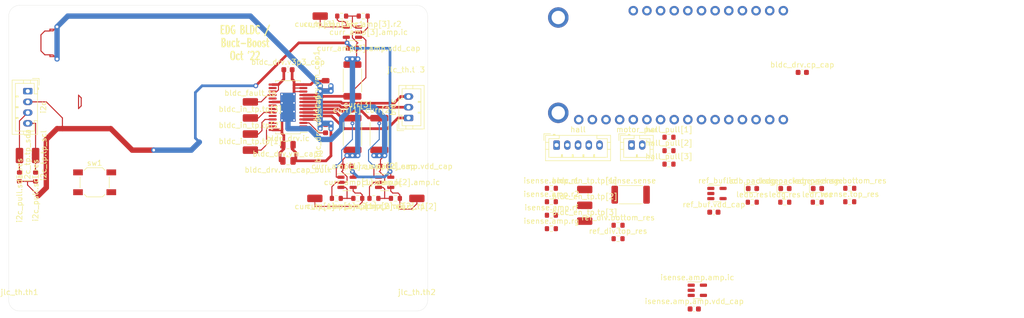
<source format=kicad_pcb>
(kicad_pcb (version 20221018) (generator pcbnew)
  (layers (0 "F.Cu" signal "Front") (31 "B.Cu" signal "Back") (34 "B.Paste" user) (35 "F.Paste" user) (36 "B.SilkS" user "B.Silkscreen") (37 "F.SilkS" user "F.Silkscreen") (38 "B.Mask" user) (39 "F.Mask" user) (44 "Edge.Cuts" user))
  (net 0 "")
  (net 1 "gnd")
  (net 2 "v3v3")
  (net 3 "mcu.gpio.bldc_in_1")
  (net 4 "i2c_pull.i2c.sda")
  (net 5 "vusb")
  (net 6 "mcu.gpio.bldc_en_1")
  (net 7 "curr_amp[3].output")
  (net 8 "bldc_drv.nfault")
  (net 9 "mcu.gpio.bldc_en_2")
  (net 10 "mcu.gpio.bldc_in_2")
  (net 11 "mcu.gpio.bldc_in_3")
  (net 12 "i2c_pull.i2c.scl")
  (net 13 "curr_amp[2].r1.b")
  (net 14 "curr_amp[1].output")
  (net 15 "mcu.gpio.bldc_en_3")
  (net 16 "curr_amp[2].output")
  (net 17 "bldc_drv.outs.1")
  (net 18 "vsense.output")
  (net 19 "sw1.out")
  (net 20 "ledg.signal")
  (net 21 "isense.out")
  (net 22 "ledr.signal")
  (net 23 "hall.w")
  (net 24 "hall.u")
  (net 25 "ledb.signal")
  (net 26 "hall.v")
  (net 27 "bldc_drv.nreset")
  (net 28 "motor_pwr.pwr")
  (net 29 "isense.pwr_out")
  (net 30 "curr[1].pwr_out")
  (net 31 "curr[2].pwr_out")
  (net 32 "curr[3].pwr_out")
  (net 33 "ref_div.output")
  (net 34 "isense.amp.r1.b")
  (net 35 "isense.amp.r2.b")
  (net 36 "isense.ref")
  (net 37 "curr_amp[1].r1.b")
  (net 38 "ledr.res.a")
  (net 39 "ledg.res.a")
  (net 40 "curr_amp[3].r1.b")
  (net 41 "ledb.res.a")
  (net 42 "bldc_drv.cp_cap.neg")
  (net 43 "bldc_drv.cp_cap.pos")
  (net 44 "bldc_drv.vcp_cap.pos")
  (net 45 "bldc_drv.outs.2")
  (net 46 "bldc_drv.outs.3")
  (net 47 "bldc_drv.ic.v3p3")
  (footprint "Resistor_SMD:R_0603_1608Metric" (layer "F.Cu") (at 221.465 94.52)
    (fp_text reference "ref_div.top_res")
    (fp_text value "")
  )
  (footprint "Resistor_SMD:R_0603_1608Metric" (layer "F.Cu") (at 209.045 87.63)
    (fp_text reference "isense.amp.r2")
    (fp_text value "")
  )
  (footprint "edg:JlcToolingHole_1.152mm" (layer "F.Cu") (at 184 63)
    (fp_text reference "jlc_th.th3")
    (fp_text value "")
  )
  (footprint "Capacitor_SMD:C_0805_2012Metric" (layer "F.Cu") (at 160 80 180)
    (fp_text reference "bldc_drv.vm_cap_bulk")
    (fp_text value "")
  )
  (footprint "Package_TO_SOT_SMD:SOT-23-5" (layer "F.Cu") (at 236.22 104.14)
    (fp_text reference "isense.amp.amp.ic")
    (fp_text value "LMV321 (Texas Instruments)")
  )
  (footprint "edg:TestPoint_TE_RCT_0805" (layer "F.Cu") (at 153 75)
    (fp_text reference "bldc_in_tp.tp[2]")
    (fp_text value "5015 (Keystone) - _mcu_gpio_bldc_in_link.2")
  )
  (footprint "Resistor_SMD:R_0603_1608Metric" (layer "F.Cu") (at 221.465 92.01)
    (fp_text reference "ref_div.bottom_res")
    (fp_text value "")
  )
  (footprint "edg:TestPoint_TE_RCT_0805" (layer "F.Cu") (at 215.255 85.34)
    (fp_text reference "bldc_en_tp.tp[1]")
    (fp_text value "5015 (Keystone) - _mcu_gpio_bldc_en_link.1")
  )
  (footprint "edg:JlcToolingHole_1.152mm" (layer "F.Cu") (at 184 106)
    (fp_text reference "jlc_th.th2")
    (fp_text value "")
  )
  (footprint "Resistor_SMD:R_0603_1608Metric" (layer "F.Cu") (at 230.945 78.1)
    (fp_text reference "hall_pull[2]")
    (fp_text value "")
  )
  (footprint "Resistor_SMD:R_2512_6332Metric" (layer "F.Cu") (at 223.805 86.31)
    (fp_text reference "isense.sense")
    (fp_text value "")
  )
  (footprint "Resistor_SMD:R_0603_1608Metric" (layer "F.Cu") (at 230.945 80.61)
    (fp_text reference "hall_pull[3]")
    (fp_text value "")
  )
  (footprint "edg:TestPoint_TE_RCT_0805" (layer "F.Cu") (at 153 78)
    (fp_text reference "bldc_in_tp.tp[1]")
    (fp_text value "5015 (Keystone) - _mcu_gpio_bldc_in_link.1")
  )
  (footprint "Package_SO:HTSSOP-28-1EP_4.4x9.7mm_P0.65mm_EP2.85x5.4mm_ThermalVias" (layer "F.Cu") (at 160 70 180)
    (fp_text reference "bldc_drv.ic")
    (fp_text value "DRV8313PWP (Texas Instruments)")
  )
  (footprint "Resistor_SMD:R_0603_1608Metric" (layer "F.Cu") (at 169 87 180)
    (fp_text reference "curr_amp[1].r2")
    (fp_text value "")
  )
  (footprint "Capacitor_SMD:C_0603_1608Metric" (layer "F.Cu") (at 172 59)
    (fp_text reference "curr_amp[3].amp.vdd_cap")
    (fp_text value "")
  )
  (footprint "Resistor_SMD:R_2512_6332Metric" (layer "F.Cu") (at 172 65 -90)
    (fp_text reference "curr[3]")
    (fp_text value "")
  )
  (footprint "edg:TestPoint_TE_RCT_0805" (layer "F.Cu") (at 166 53)
    (fp_text reference "curr_tp[3]")
    (fp_text value "5015 (Keystone) - _curr_amp[3]_output_link")
  )
  (footprint "Resistor_SMD:R_0603_1608Metric" (layer "F.Cu") (at 252.505 87.71)
    (fp_text reference "ledg.res")
    (fp_text value "")
  )
  (footprint "edg:TestPoint_TE_RCT_0805" (layer "F.Cu") (at 113 79 90)
    (fp_text reference "i2c_tp.tp_scl")
    (fp_text value "5015 (Keystone) - _mcu_i2c_i2c_link.scl")
  )
  (footprint "Package_TO_SOT_SMD:SOT-23-5" (layer "F.Cu") (at 178 84)
    (fp_text reference "curr_amp[2].amp.ic")
    (fp_text value "LMV321 (Texas Instruments)")
  )
  (footprint "Resistor_SMD:R_0603_1608Metric" (layer "F.Cu") (at 170 53)
    (fp_text reference "curr_amp[3].r1")
    (fp_text value "")
  )
  (footprint "Resistor_SMD:R_0603_1608Metric" (layer "F.Cu") (at 209.045 90.14)
    (fp_text reference "isense.amp.rf")
    (fp_text value "")
  )
  (footprint "Capacitor_SMD:C_0805_2012Metric" (layer "F.Cu") (at 160 77 180)
    (fp_text reference "bldc_drv.vm_cap2")
    (fp_text value "")
  )
  (footprint "Connector_JST:JST_PH_B3B-PH-K_1x03_P2.00mm_Vertical" (layer "F.Cu") (at 182.45 72 90)
    (fp_text reference "bldc")
    (fp_text value "B3B-PH-K (JST)")
  )
  (footprint "Resistor_SMD:R_0603_1608Metric" (layer "F.Cu") (at 230.945 75.59)
    (fp_text reference "hall_pull[1]")
    (fp_text value "")
  )
  (footprint "Resistor_SMD:R_0603_1608Metric" (layer "F.Cu") (at 264.605 85.12)
    (fp_text reference "vsense.bottom_res")
    (fp_text value "")
  )
  (footprint "Resistor_SMD:R_0603_1608Metric" (layer "F.Cu") (at 246.455 87.71)
    (fp_text reference "ledb.res")
    (fp_text value "")
  )
  (footprint "Capacitor_SMD:C_0603_1608Metric" (layer "F.Cu") (at 160 63)
    (fp_text reference "bldc_drv.v3p3_cap")
    (fp_text value "")
  )
  (footprint "Capacitor_SMD:C_0603_1608Metric" (layer "F.Cu") (at 167 74 90)
    (fp_text reference "bldc_drv.vcp_cap")
    (fp_text value "")
  )
  (footprint "LED_SMD:LED_0603_1608Metric" (layer "F.Cu") (at 246.495 85.16)
    (fp_text reference "ledb.package")
    (fp_text value "")
  )
  (footprint "Resistor_SMD:R_0603_1608Metric" (layer "F.Cu") (at 264.605 87.63)
    (fp_text reference "vsense.top_res")
    (fp_text value "")
  )
  (footprint "edg:TestPoint_TE_RCT_0805" (layer "F.Cu") (at 184 87)
    (fp_text reference "curr_tp[2]")
    (fp_text value "5015 (Keystone) - _curr_amp[2]_output_link")
  )
  (footprint "Resistor_SMD:R_0603_1608Metric" (layer "F.Cu") (at 209.045 92.65)
    (fp_text reference "isense.amp.rg")
    (fp_text value "")
  )
  (footprint "Resistor_SMD:R_0603_1608Metric" (layer "F.Cu") (at 258.555 87.71)
    (fp_text reference "ledr.res")
    (fp_text value "")
  )
  (footprint "Connector_JST:JST_PH_B4B-PH-K_1x04_P2.00mm_Vertical" (layer "F.Cu") (at 111.55 67 -90)
    (fp_text reference "i2c")
    (fp_text value "B4B-PH-K (JST)")
  )
  (footprint "edg:TestPoint_TE_RCT_0805" (layer "F.Cu") (at 165 87)
    (fp_text reference "curr_tp[1]")
    (fp_text value "5015 (Keystone) - _curr_amp[1]_output_link")
  )
  (footprint "Resistor_SMD:R_0603_1608Metric" (layer "F.Cu") (at 176 87 180)
    (fp_text reference "curr_amp[2].r2")
    (fp_text value "")
  )
  (footprint "Resistor_SMD:R_0603_1608Metric" (layer "F.Cu") (at 110 83 90)
    (fp_text reference "i2c_pull.sda_res")
    (fp_text value "")
  )
  (footprint "Resistor_SMD:R_0603_1608Metric" (layer "F.Cu") (at 173 87 180)
    (fp_text reference "curr_amp[1].r1")
    (fp_text value "")
  )
  (footprint "LED_SMD:LED_0603_1608Metric" (layer "F.Cu") (at 252.545 85.16)
    (fp_text reference "ledg.package")
    (fp_text value "")
  )
  (footprint "Package_TO_SOT_SMD:SOT-23-5" (layer "F.Cu") (at 171 84)
    (fp_text reference "curr_amp[1].amp.ic")
    (fp_text value "LMV321 (Texas Instruments)")
  )
  (footprint "Capacitor_SMD:C_0603_1608Metric" (layer "F.Cu") (at 171 81 180)
    (fp_text reference "curr_amp[1].amp.vdd_cap")
    (fp_text value "")
  )
  (footprint "Resistor_SMD:R_2512_6332Metric" (layer "F.Cu") (at 177 75 90)
    (fp_text reference "curr[2]")
    (fp_text value "")
  )
  (footprint "Resistor_SMD:R_0603_1608Metric" (layer "F.Cu") (at 180 87 180)
    (fp_text reference "curr_amp[2].r1")
    (fp_text value "")
  )
  (footprint "edg:TestPoint_TE_RCT_0805" (layer "F.Cu") (at 215.255 91.24)
    (fp_text reference "bldc_en_tp.tp[3]")
    (fp_text value "5015 (Keystone) - _mcu_gpio_bldc_en_link.3")
  )
  (footprint "Capacitor_SMD:C_0603_1608Metric" (layer "F.Cu") (at 239.305 89.57)
    (fp_text reference "ref_buf.vdd_cap")
    (fp_text value "")
  )
  (footprint "edg:TestPoint_TE_RCT_0805" (layer "F.Cu") (at 215.255 88.29)
    (fp_text reference "bldc_en_tp.tp[2]")
    (fp_text value "5015 (Keystone) - _mcu_gpio_bldc_en_link.2")
  )
  (footprint "Package_TO_SOT_SMD:SOT-23-5" (layer "F.Cu") (at 239.875 86.09)
    (fp_text reference "ref_buf.ic")
    (fp_text value "LMV321 (Texas Instruments)")
  )
  (footprint "LED_SMD:LED_0603_1608Metric" (layer "F.Cu") (at 258.595 85.16)
    (fp_text reference "ledr.package")
    (fp_text value "KT-0603R (Hubei KENTO Elec) - Red 615~630nm 1.9~2.2V 0603 Light Emitting Diodes (LED) RoHS")
  )
  (footprint "edg:TestPoint_TE_RCT_0805" (layer "F.Cu") (at 153 72)
    (fp_text reference "bldc_in_tp.tp[3]")
    (fp_text value "5015 (Keystone) - _mcu_gpio_bldc_in_link.3")
  )
  (footprint "Resistor_SMD:R_0603_1608Metric" (layer "F.Cu") (at 174 53)
    (fp_text reference "curr_amp[3].r2")
    (fp_text value "")
  )
  (footprint "edg:TestPoint_TE_RCT_0805" (layer "F.Cu") (at 110 79 90)
    (fp_text reference "i2c_tp.tp_sda")
    (fp_text value "5015 (Keystone) - i2c_tp._io_sda_link")
  )
  (footprint "edg:TestPoint_TE_RCT_0805" (layer "F.Cu") (at 153 69)
    (fp_text reference "bldc_fault_tp")
    (fp_text value "5015 (Keystone) - _mcu_gpio_bldc_fault_link")
  )
  (footprint "Capacitor_SMD:C_0603_1608Metric" (layer "F.Cu") (at 235.65 107.62)
    (fp_text reference "isense.amp.amp.vdd_cap")
    (fp_text value "")
  )
  (footprint "Capacitor_SMD:C_0603_1608Metric" (layer "F.Cu") (at 255.765 63.5)
    (fp_text reference "bldc_drv.cp_cap")
    (fp_text value "")
  )
  (footprint "Button_Switch_SMD:SW_SPST_SKQG_WithoutStem" (layer "F.Cu") (at 124 84)
    (fp_text reference "sw1")
    (fp_text value "5.1mm switch")
  )
  (footprint "Connector_JST:JST_PH_B5B-PH-K_1x05_P2.00mm_Vertical" (layer "F.Cu") (at 210.015 77.06)
    (fp_text reference "hall")
    (fp_text value "B5B-PH-K (JST)")
  )
  (footprint "Resistor_SMD:R_0603_1608Metric" (layer "F.Cu") (at 209.045 85.12)
    (fp_text reference "isense.amp.r1")
    (fp_text value "")
  )
  (footprint "Resistor_SMD:R_0603_1608Metric" (layer "F.Cu") (at 113 83 90)
    (fp_text reference "i2c_pull.scl_res")
    (fp_text value "")
  )
  (footprint "bldc:FEATHERWING_NODIM" (layer "F.Cu") (at 207.79 73.585)
    (fp_text reference "mcu" hide)
    (fp_text value "Feather nRF52840 Express (Adafruit)" hide)
  )
  (footprint "Resistor_SMD:R_2512_6332Metric" (layer "F.Cu") (at 172 75 90)
    (fp_text reference "curr[1]")
    (fp_text value "")
  )
  (footprint "Package_TO_SOT_SMD:SOT-23-5" (layer "F.Cu") (at 172 56 180)
    (fp_text reference "curr_amp[3].amp.ic")
    (fp_text value "LMV321 (Texas Instruments)")
  )
  (footprint "Capacitor_SMD:C_0603_1608Metric" (layer "F.Cu") (at 178 81 180)
    (fp_text reference "curr_amp[2].amp.vdd_cap")
    (fp_text value "")
  )
  (footprint "edg:JlcToolingHole_1.152mm" (layer "F.Cu") (at 110 106)
    (fp_text reference "jlc_th.th1")
    (fp_text value "")
  )
  (footprint "Capacitor_SMD:C_0805_2012Metric" (layer "F.Cu") (at 167 66 90)
    (fp_text reference "bldc_drv.vm_cap1")
    (fp_text value "")
  )
  (footprint "Connector_JST:JST_PH_B2B-PH-K_1x02_P2.00mm_Vertical" (layer "F.Cu") (at 223.965 77.06)
    (fp_text reference "motor_pwr")
    (fp_text value "B2B-PH-K (JST)")
  )
  (gr_arc (start 184 51) (mid 185.414214 51.585786) (end 186 53) (stroke (width 0.0381)) (layer "Edge.Cuts"))
  (gr_line (start 110 108) (end 184 108) (stroke (width 0.0381)) (layer "Edge.Cuts"))
  (gr_arc (start 186 106) (mid 185.414214 107.414214) (end 184 108) (stroke (width 0.0381)) (layer "Edge.Cuts"))
  (gr_arc (start 110 108) (mid 108.585786 107.414214) (end 108 106) (stroke (width 0.0381)) (layer "Edge.Cuts"))
  (gr_line (start 184 51) (end 110 51) (stroke (width 0.0381)) (layer "Edge.Cuts"))
  (gr_arc (start 108 53) (mid 108.585786 51.585786) (end 110 51) (stroke (width 0.0381)) (layer "Edge.Cuts"))
  (gr_line (start 186 106) (end 186 53) (stroke (width 0.0381)) (layer "Edge.Cuts"))
  (gr_line (start 108 53) (end 108 106) (stroke (width 0.0381)) (layer "Edge.Cuts"))
  (gr_text "EDG BLDC /\nBuck-Boost\nOct '22" (at 152 58) (layer "F.SilkS") (effects (font (size 1.5 1) (thickness 0.25))))
  (segment (start 121 67.75) (end 121 70.25) (width 0.2) (layer "F.Cu") (net 1))
  (segment (start 173 78) (end 173 79) (width 0.5) (layer "F.Cu") (net 1))
  (segment (start 170.75 84) (end 169.8625 84) (width 0.2) (layer "F.Cu") (net 1))
  (segment (start 172 62.0375) (end 172 61) (width 0.5) (layer "F.Cu") (net 1))
  (segment (start 172 56.25) (end 172.25 56) (width 0.2) (layer "F.Cu") (net 1))
  (segment (start 172.775 58.225) (end 172.775 59) (width 0.2) (layer "F.Cu") (net 1))
  (segment (start 158.875 74.875) (end 158.875 74.125) (width 0.5) (layer "F.Cu") (net 1))
  (segment (start 162.8625 65.775) (end 161.225 65.775) (width 0.5) (layer "F.Cu") (net 1))
  (segment (start 121.5 68.25) (end 121.5 69.75) (width 0.2) (layer "F.Cu") (net 1))
  (segment (start 170.040685 82) (end 171 82.959315) (width 0.2) (layer "F.Cu") (net 1))
  (segment (start 172 62.0375) (end 171.0375 62.0375) (width 0.5) (layer "F.Cu") (net 1))
  (segment (start 169 84) (end 168.175 84.825) (width 0.2) (layer "F.Cu") (net 1))
  (segment (start 174 56) (end 174.825 55.175) (width 0.2) (layer "F.Cu") (net 1))
  (segment (start 161.125 65.125) (end 161.125 65.875) (width 0.5) (layer "F.Cu") (net 1))
  (segment (start 171.0375 77.9625) (end 171 78) (width 0.5) (layer "F.Cu") (net 1))
  (segment (start 173 62) (end 173 61) (width 0.5) (layer "F.Cu") (net 1))
  (segment (start 171 62) (end 171 61) (width 0.5) (layer "F.Cu") (net 1))
  (segment (start 172 77.9625) (end 171.0375 77.9625) (width 0.5) (layer "F.Cu") (net 1))
  (segment (start 172.775 60.775) (end 173 61) (width 0.2) (layer "F.Cu") (net 1))
  (segment (start 177.040685 82) (end 178 82.959315) (width 0.2) (layer "F.Cu") (net 1))
  (segment (start 160.775 63) (end 160.775 64.775) (width 0.5) (layer "F.Cu") (net 1))
  (segment (start 176.8625 84) (end 176 84) (width 0.2) (layer "F.Cu") (net 1))
  (segment (start 121.5 68.25) (end 121 67.75) (width 0.2) (layer "F.Cu") (net 1))
  (segment (start 162.8625 65.775) (end 164.225 65.775) (width 0.5) (layer "F.Cu") (net 1))
  (segment (start 121.5 69.75) (end 121 70.25) (width 0.2) (layer "F.Cu") (net 1))
  (segment (start 177.75 84) (end 176.8625 84) (width 0.2) (layer "F.Cu") (net 1))
  (segment (start 157.1375 69.025) (end 158.7 69.025) (width 0.5) (layer "F.Cu") (net 1))
  (segment (start 159 75) (end 158.875 74.875) (width 0.5) (layer "F.Cu") (net 1))
  (segment (start 178 83.75) (end 177.75 84) (width 0.2) (layer "F.Cu") (net 1))
  (segment (start 171 83.75) (end 170.75 84) (width 0.2) (layer "F.Cu") (net 1))
  (segment (start 158.525 80) (end 158.525 78.475) (width 0.5) (layer "F.Cu") (net 1))
  (segment (start 170 82) (end 170.040685 82) (width 0.2) (layer "F.Cu") (net 1))
  (segment (start 170.225 81.775) (end 170.225 81) (width 0.2) (layer "F.Cu") (net 1))
  (segment (start 177 82) (end 177.225 81.775) (width 0.2) (layer "F.Cu") (net 1))
  (segment (start 177.9625 77.9625) (end 178 78) (width 0.5) (layer "F.Cu") (net 1))
  (segment (start 174.825 55.175) (end 174.825 53) (width 0.2) (layer "F.Cu") (net 1))
  (segment (start 169.8625 84) (end 169 84) (width 0.2) (layer "F.Cu") (net 1))
  (segment (start 172.9625 77.9625) (end 173 78) (width 0.5) (layer "F.Cu") (net 1))
  (segment (start 161.125 65.875) (end 161.125 66.425) (width 0.5) (layer "F.Cu") (net 1))
  (segment (start 168.175 84.825) (end 168.175 87) (width 0.2) (layer "F.Cu") (net 1))
  (segment (start 164.225 65.775) (end 164.85 65.15) (width 0.5) (layer "F.Cu") (net 1))
  (segment (start 172.775 59) (end 172.775 60.775) (width 0.2) (layer "F.Cu") (net 1))
  (segment (start 162.8625 66.425) (end 161.125 66.425) (width 0.2) (layer "F.Cu") (net 1))
  (segment (start 172 57.040685) (end 172 56.25) (width 0.2) (layer "F.Cu") (net 1))
  (segment (start 158.525 78.475) (end 159.225 77.775) (width 0.5) (layer "F.Cu") (net 1))
  (segment (start 177.225 81.775) (end 177.225 81) (width 0.2) (layer "F.Cu") (net 1))
  (segment (start 177 77.9625) (end 177 79) (width 0.5) (layer "F.Cu") (net 1))
  (segment (start 160.775 64.775) (end 161 65) (width 0.5) (layer "F.Cu") (net 1))
  (segment (start 173.1375 56) (end 174 56) (width 0.2) (layer "F.Cu") (net 1))
  (segment (start 172 77.9625) (end 172.9625 77.9625) (width 0.5) (layer "F.Cu") (net 1))
  (segment (start 158.7 69.025) (end 158.875 69.2) (width 0.5) (layer "F.Cu") (net 1))
  (segment (start 177 77.9625) (end 176.0375 77.9625) (width 0.5) (layer "F.Cu") (net 1))
  (segment (start 172 62.0375) (end 172.9625 62.0375) (width 0.5) (layer "F.Cu") (net 1))
  (segment (start 170 82) (end 170.225 81.775) (width 0.2) (layer "F.Cu") (net 1))
  (segment (start 164.85 65.15) (end 166.925 65.15) (width 0.5) (layer "F.Cu") (net 1))
  (segment (start 170.225 81) (end 170.225 79.775) (width 0.2) (layer "F.Cu") (net 1))
  (segment (start 159.225 77) (end 159.225 75.225) (width 0.5) (layer "F.Cu") (net 1))
  (segment (start 177.225 81) (end 177.225 79.775) (width 0.2) (layer "F.Cu") (net 1))
  (segment (start 177 77.9625) (end 177.9625 77.9625) (width 0.5) (layer "F.Cu") (net 1))
  (segment (start 176.0375 77.9625) (end 176 78) (width 0.5) (layer "F.Cu") (net 1))
  (segment (start 171.0375 62.0375) (end 171 62) (width 0.5) (layer "F.Cu") (net 1))
  (segment (start 157.1375 74.225) (end 158.775 74.225) (width 0.5) (layer "F.Cu") (net 1))
  (segment (start 158.775 74.225) (end 158.875 74.125) (width 0.5) (layer "F.Cu") (net 1))
  (segment (start 172 77.9625) (end 172 79) (width 0.5) (layer "F.Cu") (net 1))
  (segment (start 158.875 74.125) (end 158.875 72.4) (width 0.5) (layer "F.Cu") (net 1))
  (segment (start 159.225 77.775) (end 159.225 77) (width 0.5) (layer "F.Cu") (net 1))
  (segment (start 178 78) (end 178 79) (width 0.5) (layer "F.Cu") (net 1))
  (segment (start 175.175 84.825) (end 175.175 87) (width 0.2) (layer "F.Cu") (net 1))
  (segment (start 159 75) (end 159.225 75.225) (width 0.5) (layer "F.Cu") (net 1))
  (segment (start 161.175 67.075) (end 161.125 67.125) (width 0.2) (layer "F.Cu") (net 1))
  (segment (start 173 58) (end 172.959315 58) (width 0.2) (layer "F.Cu") (net 1))
  (segment (start 170.225 79.775) (end 171 79) (width 0.2) (layer "F.Cu") (net 1))
  (segment (start 178 82.959315) (end 178 83.75) (width 0.2) (layer "F.Cu") (net 1))
  (segment (start 172.959315 58) (end 172 57.040685) (width 0.2) (layer "F.Cu") (net 1))
  (segment (start 171 82.959315) (end 171 83.75) (width 0.2) (layer "F.Cu") (net 1))
  (segment (start 173 58) (end 172.775 58.225) (width 0.2) (layer "F.Cu") (net 1))
  (segment (start 176 84) (end 175.175 84.825) (width 0.2) (layer "F.Cu") (net 1))
  (segment (start 161.125 66.425) (end 161.125 67.6) (width 0.5) (layer "F.Cu") (net 1))
  (segment (start 161 65) (end 161.125 65.125) (width 0.5) (layer "F.Cu") (net 1))
  (segment (start 176 78) (end 176 79) (width 0.5) (layer "F.Cu") (net 1))
  (segment (start 171 78) (end 171 79) (width 0.5) (layer "F.Cu") (net 1))
  (segment (start 177 82) (end 177.040685 82) (width 0.2) (layer "F.Cu") (net 1))
  (segment (start 162.8625 67.075) (end 161.175 67.075) (width 0.2) (layer "F.Cu") (net 1))
  (segment (start 177.225 79.775) (end 178 79) (width 0.2) (layer "F.Cu") (net 1))
  (segment (start 172.25 56) (end 173.1375 56) (width 0.2) (layer "F.Cu") (net 1))
  (segment (start 161.125 67.125) (end 161.125 67.6) (width 0.2) (layer "F.Cu") (net 1))
  (segment (start 172.9625 62.0375) (end 173 62) (width 0.5) (layer "F.Cu") (net 1))
  (via (at 171 79) (size 0.9) (drill 0.5) (layers "F.Cu" "B.Cu") (net 1))
  (via (at 171 61) (size 0.9) (drill 0.5) (layers "F.Cu" "B.Cu") (net 1))
  (via (at 176 79) (size 0.9) (drill 0.5) (layers "F.Cu" "B.Cu") (net 1))
  (via (at 177 79) (size 0.9) (drill 0.5) (layers "F.Cu" "B.Cu") (net 1))
  (via (at 173 79) (size 0.9) (drill 0.5) (layers "F.Cu" "B.Cu") (net 1))
  (via (at 172 79) (size 0.9) (drill 0.5) (layers "F.Cu" "B.Cu") (net 1))
  (via (at 178 79) (size 0.9) (drill 0.5) (layers "F.Cu" "B.Cu") (net 1))
  (via (at 172 61) (size 0.9) (drill 0.5) (layers "F.Cu" "B.Cu") (net 1))
  (via (at 173 61) (size 0.9) (drill 0.5) (layers "F.Cu" "B.Cu") (net 1))
  (segment (start 171 61) (end 173 61) (width 1) (layer "B.Cu") (net 1))
  (segment (start 170 72) (end 172 70) (width 1) (layer "B.Cu") (net 1))
  (segment (start 172 61) (end 172 70) (width 1) (layer "B.Cu") (net 1))
  (segment (start 173 70) (end 176 70) (width 1) (layer "B.Cu") (net 1))
  (segment (start 176 70) (end 178 72) (width 1) (layer "B.Cu") (net 1))
  (segment (start 171 79) (end 173 79) (width 1) (layer "B.Cu") (net 1))
  (segment (start 172 70) (end 173 70) (width 1) (layer "B.Cu") (net 1))
  (segment (start 168 76) (end 170 74) (width 1) (layer "B.Cu") (net 1))
  (segment (start 164 74) (end 166 76) (width 1) (layer "B.Cu") (net 1))
  (segment (start 176 79) (end 178 79) (width 1) (layer "B.Cu") (net 1))
  (segment (start 160 74) (end 164 74) (width 1) (layer "B.Cu") (net 1))
  (segment (start 160 70) (end 160 74) (width 1) (layer "B.Cu") (net 1))
  (segment (start 178 72) (end 178 79) (width 1) (layer "B.Cu") (net 1))
  (segment (start 170 74) (end 170 72) (width 1) (layer "B.Cu") (net 1))
  (segment (start 166 76) (end 168 76) (width 1) (layer "B.Cu") (net 1))
  (segment (start 173 79) (end 173 70) (width 1) (layer "B.Cu") (net 1))
  (segment (start 171.225 58.225) (end 170.8625 57.8625) (width 0.2) (layer "F.Cu") (net 2))
  (segment (start 115 76) (end 115 85) (width 1) (layer "F.Cu") (net 2))
  (segment (start 154 66) (end 162 58) (width 0.5) (layer "F.Cu") (net 2))
  (segment (start 111.506623 83.825) (end 113 83.825) (width 0.2) (layer "F.Cu") (net 2))
  (segment (start 127 74) (end 131 78) (width 1) (layer "F.Cu") (net 2))
  (segment (start 118 74) (end 118 72) (width 0.2) (layer "F.Cu") (net 2))
  (segment (start 111.5 84.5) (end 111.5 83.831623) (width 0.2) (layer "F.Cu") (net 2))
  (segment (start 172.1375 82.1375) (end 172.1375 83.05) (width 0.2) (layer "F.Cu") (net 2))
  (segment (start 110 83.825) (end 111.506623 83.825) (width 0.2) (layer "F.Cu") (net 2))
  (segment (start 111.5 83.831623) (end 111.506623 83.825) (width 0.2) (layer "F.Cu") (net 2))
  (segment (start 162 58) (end 171 58) (width 0.5) (layer "F.Cu") (net 2))
  (segment (start 117 74) (end 115 76) (width 1) (layer "F.Cu") (net 2))
  (segment (start 178.775 81) (end 178.775 81.775) (width 0.2) (layer "F.Cu") (net 2))
  (segment (start 118 74) (end 127 74) (width 1) (layer "F.Cu") (net 2))
  (segment (start 118 74) (end 117 74) (width 1) (layer "F.Cu") (net 2))
  (segment (start 178.775 81.775) (end 179.1375 82.1375) (width 0.2) (layer "F.Cu") (net 2))
  (segment (start 170.8625 57.8625) (end 170.8625 56.95) (width 0.2) (layer "F.Cu") (net 2))
  (segment (start 113.5 86.5) (end 111.5 84.5) (width 0.2) (layer "F.Cu") (net 2))
  (segment (start 179.1375 82.1375) (end 179 82) (width 0.2) (layer "F.Cu") (net 2))
  (segment (start 172.1375 82.1375) (end 172 82) (width 0.2) (layer "F.Cu") (net 2))
  (segment (start 171.775 81) (end 171.775 81.775) (width 0.2) (layer "F.Cu") (net 2))
  (segment (start 179.1375 82.1375) (end 179.1375 83.05) (width 0.2) (layer "F.Cu") (net 2))
  (segment (start 115 69) (end 118 72) (width 0.2) (layer "F.Cu") (net 2))
  (segment (start 170.8625 57.8625) (end 171 58) (width 0.2) (layer "F.Cu") (net 2))
  (segment (start 171.225 59) (end 171.225 58.225) (width 0.2) (layer "F.Cu") (net 2))
  (segment (start 115 85) (end 113.5 86.5) (width 1) (layer "F.Cu") (net 2))
  (segment (start 131 78) (end 135 78) (width 1) (layer "F.Cu") (net 2))
  (segment (start 171.775 81.775) (end 172.1375 82.1375) (width 0.2) (layer "F.Cu") (net 2))
  (segment (start 111.55 69) (end 115 69) (width 0.2) (layer "F.Cu") (net 2))
  (via (at 154 66) (size 0.9) (drill 0.5) (layers "F.Cu" "B.Cu") (net 2))
  (via (at 172 82) (size 0.9) (drill 0.4) (layers "F.Cu" "B.Cu") (net 2))
  (via (at 179 82) (size 0.9) (drill 0.4) (layers "F.Cu" "B.Cu") (net 2))
  (via (at 135 78) (size 0.9) (drill 0.5) (layers "F.Cu" "B.Cu") (net 2))
  (via (at 171 58) (size 0.9) (drill 0.4) (layers "F.Cu" "B.Cu") (net 2))
  (segment (start 171 58) (end 172 59) (width 0.5) (layer "B.Cu") (net 2))
  (segment (start 178 83) (end 173 83) (width 0.5) (layer "B.Cu") (net 2))
  (segment (start 144 66) (end 154 66) (width 0.5) (layer "B.Cu") (net 2))
  (segment (start 142 78) (end 143.5 76.5) (width 1) (layer "B.Cu") (net 2))
  (segment (start 179 59) (end 179 82) (width 0.5) (layer "B.Cu") (net 2))
  (segment (start 172 59) (end 179 59) (width 0.5) (layer "B.Cu") (net 2))
  (segment (start 135 78) (end 142 78) (width 1) (layer "B.Cu") (net 2))
  (segment (start 142.75 67.25) (end 142.75 75.75) (width 0.5) (layer "B.Cu") (net 2))
  (segment (start 179 82) (end 178 83) (width 0.5) (layer "B.Cu") (net 2))
  (segment (start 173 83) (end 172 82) (width 0.5) (layer "B.Cu") (net 2))
  (segment (start 142.75 75.75) (end 143.5 76.5) (width 0.5) (layer "B.Cu") (net 2))
  (segment (start 144 66) (end 142.75 67.25) (width 0.5) (layer "B.Cu") (net 2))
  (segment (start 156 77) (end 156 74) (width 0.2) (layer "F.Cu") (net 3))
  (segment (start 153 78) (end 155 78) (width 0.2) (layer "F.Cu") (net 3))
  (segment (start 156.425 73.575) (end 157.1375 73.575) (width 0.2) (layer "F.Cu") (net 3))
  (segment (start 155 78) (end 156 77) (width 0.2) (layer "F.Cu") (net 3))
  (segment (start 156 74) (end 156.425 73.575) (width 0.2) (layer "F.Cu") (net 3))
  (segment (start 110 82.175) (end 110 79) (width 0.2) (layer "F.Cu") (net 4))
  (segment (start 110 72.55) (end 111.55 71) (width 0.2) (layer "F.Cu") (net 4))
  (segment (start 110 78.175) (end 110 72.55) (width 0.2) (layer "F.Cu") (net 4))
  (segment (start 170.8625 54.3625) (end 170.8625 55.05) (width 0.2) (layer "F.Cu") (net 7))
  (segment (start 169.5 54) (end 170.5 54) (width 0.2) (layer "F.Cu") (net 7))
  (segment (start 166 55) (end 170.8125 55) (width 0.2) (layer "F.Cu") (net 7))
  (segment (start 170.5 54) (end 170.8625 54.3625) (width 0.2) (layer "F.Cu") (net 7))
  (segment (start 170.8125 55) (end 170.8625 55.05) (width 0.2) (layer "F.Cu") (net 7))
  (segment (start 169.175 53) (end 169.175 53.675) (width 0.2) (layer "F.Cu") (net 7))
  (segment (start 169.175 53.675) (end 169.5 54) (width 0.2) (layer "F.Cu") (net 7))
  (segment (start 166 53) (end 166 55) (width 0.2) (layer "F.Cu") (net 7))
  (segment (start 155 69) (end 156.275 67.725) (width 0.2) (layer "F.Cu") (net 8))
  (segment (start 156.275 67.725) (end 157.1375 67.725) (width 0.2) (layer "F.Cu") (net 8))
  (segment (start 155 69) (end 153 69) (width 0.2) (layer "F.Cu") (net 8))
  (segment (start 154.5 75) (end 155.15 74.35) (width 0.2) (layer "F.Cu") (net 10))
  (segment (start 155.15 72.85) (end 155.725 72.275) (width 0.2) (layer "F.Cu") (net 10))
  (segment (start 155.15 74.35) (end 155.15 72.85) (width 0.2) (layer "F.Cu") (net 10))
  (segment (start 153 75) (end 154.5 75) (width 0.2) (layer "F.Cu") (net 10))
  (segment (start 155.725 72.275) (end 157.1375 72.275) (width 0.2) (layer "F.Cu") (net 10))
  (segment (start 155.525 70.975) (end 157.1375 70.975) (width 0.2) (layer "F.Cu") (net 11))
  (segment (start 153 72) (end 154.5 72) (width 0.2) (layer "F.Cu") (net 11))
  (segment (start 154.5 72) (end 155.525 70.975) (width 0.2) (layer "F.Cu") (net 11))
  (segment (start 113 78.175) (end 113 73) (width 0.2) (layer "F.Cu") (net 12))
  (segment (start 113 82.175) (end 113 79) (width 0.2) (layer "F.Cu") (net 12))
  (segment (start 113 73) (end 111.55 73) (width 0.2) (layer "F.Cu") (net 12))
  (segment (start 178 87) (end 179.175 87) (width 0.2) (layer "F.Cu") (net 13))
  (segment (start 176.825 87) (end 178 87) (width 0.2) (layer "F.Cu") (net 13))
  (segment (start 178 85.25) (end 178 87) (width 0.2) (layer "F.Cu") (net 13))
  (segment (start 177.7 84.95) (end 178 85.25) (width 0.2) (layer "F.Cu") (net 13))
  (segment (start 176.8625 84.95) (end 177.7 84.95) (width 0.2) (layer "F.Cu") (net 13))
  (segment (start 173.825 87.675) (end 173.825 87) (width 0.2) (layer "F.Cu") (net 14))
  (segment (start 173.825 87) (end 173.825 86.325) (width 0.2) (layer "F.Cu") (net 14))
  (segment (start 173.5 86) (end 172.5 86) (width 0.2) (layer "F.Cu") (net 14))
  (segment (start 165 88.5) (end 173 88.5) (width 0.2) (layer "F.Cu") (net 14))
  (segment (start 165 87) (end 165 88.5) (width 0.15) (layer "F.Cu") (net 14))
  (segment (start 173.825 86.325) (end 173.5 86) (width 0.2) (layer "F.Cu") (net 14))
  (segment (start 172.1375 85.6375) (end 172.1375 84.95) (width 0.2) (layer "F.Cu") (net 14))
  (segment (start 173 88.5) (end 173.825 87.675) (width 0.2) (layer "F.Cu") (net 14))
  (segment (start 172.5 86) (end 172.1375 85.6375) (width 0.2) (layer "F.Cu") (net 14))
  (segment (start 180.815854 89) (end 183 89) (width 0.2) (layer "F.Cu") (net 16))
  (segment (start 179.1375 85.6375) (end 179.1375 84.95) (width 0.2) (layer "F.Cu") (net 16))
  (segment (start 183 89) (end 184 88) (width 0.2) (layer "F.Cu") (net 16))
  (segment (start 180.5 86) (end 179.5 86) (width 0.2) (layer "F.Cu") (net 16))
  (segment (start 184 88) (end 184 87) (width 0.2) (layer "F.Cu") (net 16))
  (segment (start 180.825 86.325) (end 180.5 86) (width 0.2) (layer "F.Cu") (net 16))
  (segment (start 179.5 86) (end 179.1375 85.6375) (width 0.2) (layer "F.Cu") (net 16))
  (segment (start 180.825 88.990854) (end 180.825 87) (width 0.2) (layer "F.Cu") (net 16))
  (segment (start 180.825 88.990854) (end 180.815854 89) (width 0.2) (layer "F.Cu") (net 16))
  (segment (start 180.825 87) (end 180.825 86.325) (width 0.2) (layer "F.Cu") (net 16))
  (segment (start 162.8625 71.625) (end 168.125 71.625) (width 0.5) (layer "F.Cu") (net 17))
  (segment (start 168.125 71.625) (end 170.5 74) (width 0.5) (layer "F.Cu") (net 17))
  (segment (start 180.5 72) (end 182.45 72) (width 0.5) (layer "F.Cu") (net 17))
  (segment (start 170.5 74) (end 178.5 74) (width 0.5) (layer "F.Cu") (net 17))
  (segment (start 178.5 74) (end 180.5 72) (width 0.5) (layer "F.Cu") (net 17))
  (segment (start 167 73.225) (end 167.775 73.225) (width 0.5) (layer "F.Cu") (net 29))
  (segment (start 114 59.5) (end 114.714999 60.214999) (width 0.2) (layer "F.Cu") (net 29))
  (segment (start 115.67 60.25) (end 116.25 60.25) (width 0.2) (layer "F.Cu") (net 29))
  (segment (start 165.275 67.725) (end 166 67) (width 0.5) (layer "F.Cu") (net 29))
  (segment (start 116.25 60.25) (end 117 61) (width 0.2) (layer "F.Cu") (net 29))
  (segment (start 114 56.5) (end 114 59.5) (width 0.2) (layer "F.Cu") (net 29))
  (segment (start 168 79.066942) (end 168 74) (width 0.5) (layer "F.Cu") (net 29))
  (segment (start 115.67 60.55) (end 115.67 60.25) (width 0.2) (layer "F.Cu") (net 29))
  (segment (start 161.475 80) (end 161.475 78.475) (width 0.5) (layer "F.Cu") (net 29))
  (segment (start 115.67 60.55) (end 116.55 60.55) (width 0.2) (layer "F.Cu") (net 29))
  (segment (start 166 67) (end 166 66) (width 0.5) (layer "F.Cu") (net 29))
  (segment (start 167.775 73.225) (end 168 73) (width 0.5) (layer "F.Cu") (net 29))
  (segment (start 167 66.775) (end 167.775 66.775) (width 0.5) (layer "F.Cu") (net 29))
  (segment (start 161.475 80) (end 167.066942 80) (width 0.5) (layer "F.Cu") (net 29))
  (segment (start 116.55 55.45) (end 117 55) (width 0.2) (layer "F.Cu") (net 29))
  (segment (start 167 73.225) (end 166.225 73.225) (width 0.5) (layer "F.Cu") (net 29))
  (segment (start 116.25 55.75) (end 117 55) (width 0.2) (layer "F.Cu") (net 29))
  (segment (start 114.714999 55.785001) (end 114 56.5) (width 0.2) (layer "F.Cu") (net 29))
  (segment (start 115.705001 60.214999) (end 115.67 60.25) (width 0.2) (layer "F.Cu") (net 29))
  (segment (start 167.066942 80) (end 168 79.066942) (width 0.5) (layer "F.Cu") (net 29))
  (segment (start 114.714999 60.214999) (end 115.705001 60.214999) (width 0.2) (layer "F.Cu") (net 29))
  (segment (start 115.67 55.45) (end 116.55 55.45) (width 0.2) (layer "F.Cu") (net 29))
  (segment (start 162.8625 67.725) (end 165.275 67.725) (width 0.5) (layer "F.Cu") (net 29))
  (segment (start 166.225 66.775) (end 166 67) (width 0.5) (layer "F.Cu") (net 29))
  (segment (start 160.775 77.775) (end 160.775 77) (width 0.5) (layer "F.Cu") (net 29))
  (segment (start 166.225 73.225) (end 166 73) (width 0.5) (layer "F.Cu") (net 29))
  (segment (start 115.634999 55.785001) (end 114.714999 55.785001) (width 0.2) (layer "F.Cu") (net 29))
  (segment (start 167 66.775) (end 166.225 66.775) (width 0.5) (layer "F.Cu") (net 29))
  (segment (start 115.67 55.75) (end 116.25 55.75) (width 0.2) (layer "F.Cu") (net 29))
  (segment (start 168 67) (end 168 66) (width 0.5) (layer "F.Cu") (net 29))
  (segment (start 161.475 78.475) (end 160.775 77.775) (width 0.5) (layer "F.Cu") (net 29))
  (segment (start 162.8625 72.275) (end 165.275 72.275) (width 0.5) (layer "F.Cu") (net 29))
  (segment (start 165.275 72.275) (end 166 73) (width 0.5) (layer "F.Cu") (net 29))
  (segment (start 115.67 55.75) (end 115.67 55.45) (width 0.2) (layer "F.Cu") (net 29))
  (segment (start 166 73) (end 166 74) (width 0.5) (layer "F.Cu") (net 29))
  (segment (start 167.775 66.775) (end 168 67) (width 0.5) (layer "F.Cu") (net 29))
  (segment (start 116.55 60.55) (end 117 61) (width 0.2) (layer "F.Cu") (net 29))
  (via (at 168 74) (size 0.9) (drill 0.5) (layers "F.Cu" "B.Cu") (net 29))
  (via (at 166 73) (size 0.9) (drill 0.5) (layers "F.Cu" "B.Cu") (net 29))
  (via (at 168 66) (size 0.9) (drill 0.5) (layers "F.Cu" "B.Cu") (net 29))
  (via (at 117 61) (size 0.9) (drill 0.5) (layers "F.Cu" "B.Cu") (net 29))
  (via (at 168 67) (size 0.9) (drill 0.5) (layers "F.Cu" "B.Cu") (net 29))
  (via (at 166 67) (size 0.9) (drill 0.5) (layers "F.Cu" "B.Cu") (net 29))
  (via (at 168 73) (size 0.9) (drill 0.5) (layers "F.Cu" "B.Cu") (net 29))
  (via (at 166 74) (size 0.9) (drill 0.5) (layers "F.Cu" "B.Cu") (net 29))
  (via (at 166 66) (size 0.9) (drill 0.5) (layers "F.Cu" "B.Cu") (net 29))
  (via (at 117 55) (size 0.9) (drill 0.5) (layers "F.Cu" "B.Cu") (net 29))
  (segment (start 168 67) (end 167 67) (width 1) (layer "B.Cu") (net 29))
  (segment (start 167 73) (end 168 73) (width 1) (layer "B.Cu") (net 29))
  (segment (start 117 55) (end 119 53) (width 1) (layer "B.Cu") (net 29))
  (segment (start 168 74) (end 168 73) (width 1) (layer "B.Cu") (net 29))
  (segment (start 119 53) (end 153 53) (width 1) (layer "B.Cu") (net 29))
  (segment (start 168 67) (end 168 66) (width 1) (layer "B.Cu") (net 29))
  (segment (start 166 73) (end 167 73) (width 1) (layer "B.Cu") (net 29))
  (segment (start 153 53) (end 166 66) (width 1) (layer "B.Cu") (net 29))
  (segment (start 166 66) (end 166 74) (width 1) (layer "B.Cu") (net 29))
  (segment (start 167 67) (end 166 67) (width 1) (layer "B.Cu") (net 29))
  (segment (start 117 55) (end 117 61) (width 1) (layer "B.Cu") (net 29))
  (segment (start 169.05 83.05) (end 169 83) (width 0.2) (layer "F.Cu") (net 30))
  (segment (start 162.8625 70.975) (end 168.975 70.975) (width 0.5) (layer "F.Cu") (net 30))
  (segment (start 170.0375 72.0375) (end 172 72.0375) (width 0.5) (layer "F.Cu") (net 30))
  (segment (start 172 73) (end 172 72.0375) (width 0.2) (layer "F.Cu") (net 30))
  (segment (start 169 83) (end 169 81) (width 0.2) (layer "F.Cu") (net 30))
  (segment (start 168.975 70.975) (end 170.0375 72.0375) (width 0.5) (layer "F.Cu") (net 30))
  (segment (start 169.8625 83.05) (end 169.05 83.05) (width 0.2) (layer "F.Cu") (net 30))
  (via (at 169 81) (size 0.7) (drill 0.3) (layers "F.Cu" "B.Cu") (net 30))
  (via (at 172 73) (size 0.7) (drill 0.3) (layers "F.Cu" "B.Cu") (net 30))
  (segment (start 170 80) (end 170 78) (width 0.2) (layer "B.Cu") (net 30))
  (segment (start 169 81) (end 170 80) (width 0.2) (layer "B.Cu") (net 30))
  (segment (start 172 76) (end 172 73) (width 0.2) (layer "B.Cu") (net 30))
  (segment (start 170 78) (end 172 76) (width 0.2) (layer "B.Cu") (net 30))
  (segment (start 176.8625 83.05) (end 176.05 83.05) (width 0.2) (layer "F.Cu") (net 31))
  (segment (start 177 73) (end 177 72.0375) (width 0.2) (layer "F.Cu") (net 31))
  (segment (start 173.75 70.75) (end 169.75 70.75) (width 0.5) (layer "F.Cu") (net 31))
  (segment (start 177 72.0375) (end 176.9625 72) (width 0.5) (layer "F.Cu") (net 31))
  (segment (start 176.05 83.05) (end 176 83) (width 0.2) (layer "F.Cu") (net 31))
  (segment (start 169.75 70.75) (end 169.325 70.325) (width 0.5) (layer "F.Cu") (net 31))
  (segment (start 176.9625 72) (end 175 72) (width 0.5) (layer "F.Cu") (net 31))
  (segment (start 175 72) (end 173.75 70.75) (width 0.5) (layer "F.Cu") (net 31))
  (segment (start 176 83) (end 176 81) (width 0.2) (layer "F.Cu") (net 31))
  (segment (start 169.325 70.325) (end 162.8625 70.325) (width 0.5) (layer "F.Cu") (net 31))
  (via (at 177 73) (size 0.7) (drill 0.3) (layers "F.Cu" "B.Cu") (net 31))
  (via (at 176 81) (size 0.7) (drill 0.3) (layers "F.Cu" "B.Cu") (net 31))
  (segment (start 175 78) (end 177 76) (width 0.2) (layer "B.Cu") (net 31))
  (segment (start 175 80) (end 175 78) (width 0.2) (layer "B.Cu") (net 31))
  (segment (start 177 76) (end 177 73) (width 0.2) (layer "B.Cu") (net 31))
  (segment (start 176 81) (end 175 80) (width 0.2) (layer "B.Cu") (net 31))
  (segment (start 173.1375 56.95) (end 173.95 56.95) (width 0.2) (layer "F.Cu") (net 32))
  (segment (start 174.5 64.5) (end 172 67) (width 0.2) (layer "F.Cu") (net 32))
  (segment (start 166.5375 67.9625) (end 172 67.9625) (width 0.5) (layer "F.Cu") (net 32))
  (segment (start 174.5 57.5) (end 174.5 64.5) (width 0.2) (layer "F.Cu") (net 32))
  (segment (start 173.95 56.95) (end 174.5 57.5) (width 0.2) (layer "F.Cu") (net 32))
  (segment (start 172 67) (end 172 67.9625) (width 0.2) (layer "F.Cu") (net 32))
  (segment (start 162.8625 68.375) (end 166.125 68.375) (width 0.5) (layer "F.Cu") (net 32))
  (segment (start 166.125 68.375) (end 166.5375 67.9625) (width 0.5) (layer "F.Cu") (net 32))
  (segment (start 170.7 84.95) (end 171 85.25) (width 0.2) (layer "F.Cu") (net 37))
  (segment (start 171 87) (end 172.175 87) (width 0.2) (layer "F.Cu") (net 37))
  (segment (start 169.8625 84.95) (end 170.7 84.95) (width 0.2) (layer "F.Cu") (net 37))
  (segment (start 171 85.25) (end 171 87) (width 0.2) (layer "F.Cu") (net 37))
  (segment (start 169.825 87) (end 171 87) (width 0.2) (layer "F.Cu") (net 37))
  (segment (start 172.3 55.05) (end 172 54.75) (width 0.2) (layer "F.Cu") (net 40))
  (segment (start 172 53) (end 170.825 53) (width 0.2) (layer "F.Cu") (net 40))
  (segment (start 173.175 53) (end 172 53) (width 0.2) (layer "F.Cu") (net 40))
  (segment (start 172 54.75) (end 172 53) (width 0.2) (layer "F.Cu") (net 40))
  (segment (start 173.1375 55.05) (end 172.3 55.05) (width 0.2) (layer "F.Cu") (net 40))
  (segment (start 162.8625 72.925) (end 163.925 72.925) (width 0.2) (layer "F.Cu") (net 44))
  (segment (start 163.925 72.925) (end 165.775 74.775) (width 0.2) (layer "F.Cu") (net 44))
  (segment (start 165.775 74.775) (end 167 74.775) (width 0.2) (layer "F.Cu") (net 44))
  (segment (start 162.8625 69.675) (end 169.594239 69.675) (width 0.5) (layer "F.Cu") (net 45))
  (segment (start 169.594239 69.675) (end 169.919239 70) (width 0.5) (layer "F.Cu") (net 45))
  (segment (start 169.919239 70) (end 182.45 70) (width 0.5) (layer "F.Cu") (net 45))
  (segment (start 181 68) (end 182.45 68) (width 0.5) (layer "F.Cu") (net 46))
  (segment (start 179.75 69.25) (end 181 68) (width 0.5) (layer "F.Cu") (net 46))
  (segment (start 169.863477 69.025) (end 170.088477 69.25) (width 0.5) (layer "F.Cu") (net 46))
  (segment (start 170.088477 69.25) (end 179.75 69.25) (width 0.5) (layer "F.Cu") (net 46))
  (segment (start 162.8625 69.025) (end 169.863477 69.025) (width 0.5) (layer "F.Cu") (net 46))
  (segment (start 158.225 65.775) (end 157.1375 65.775) (width 0.5) (layer "F.Cu") (net 47))
  (segment (start 158.225 66.775) (end 158.225 65.775) (width 0.2) (layer "F.Cu") (net 47))
  (segment (start 157.925 67.075) (end 158.225 66.775) (width 0.2) (layer "F.Cu") (net 47))
  (segment (start 159.225 63) (end 159.225 64.775) (width 0.5) (layer "F.Cu") (net 47))
  (segment (start 159.225 64.775) (end 158.225 65.775) (width 0.5) (layer "F.Cu") (net 47))
  (segment (start 157.1375 67.075) (end 157.925 67.075) (width 0.2) (layer "F.Cu") (net 47))
)
</source>
